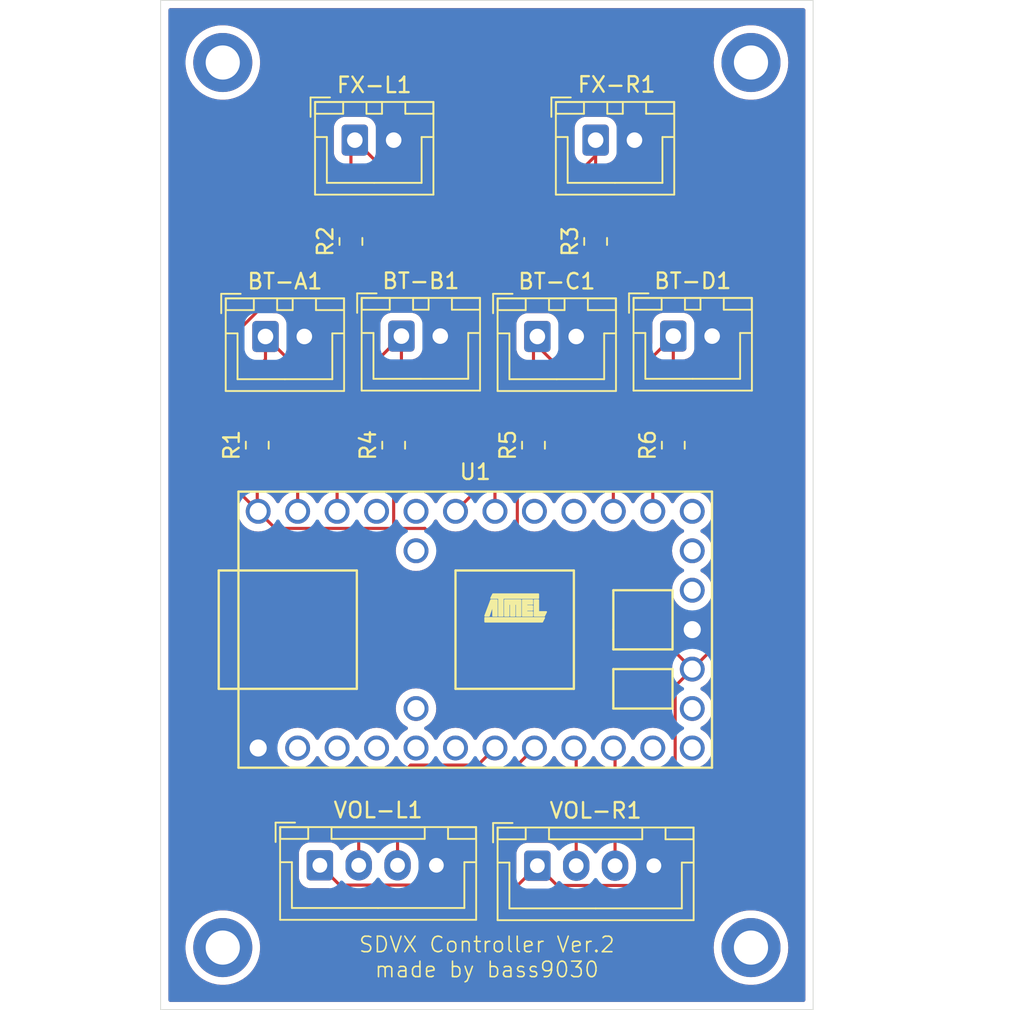
<source format=kicad_pcb>
(kicad_pcb (version 20240108) (generator "pcbnew") (generator_version "8.0")
  (layers (0 "F.Cu" signal) (31 "B.Cu" signal) (34 "B.Paste" user) (35 "F.Paste" user) (36 "B.SilkS" user "B.Silkscreen") (37 "F.SilkS" user "F.Silkscreen") (38 "B.Mask" user) (39 "F.Mask" user) (44 "Edge.Cuts" user))
  (net 0 "")
  (net 4 "Net-(U1-7_INT2_RX)")
  (net 9 "Net-(U1-5_INT0_PWM)")
  (net 14 "Net-(BT-A1-Pin_1)")
  (net 15 "Net-(BT-C1-Pin_1)")
  (net 16 "Net-(BT-D1-Pin_1)")
  (net 17 "Net-(FX-L1-Pin_1)")
  (net 18 "Net-(FX-R1-Pin_1)")
  (net 21 "Net-(U1-6_INT1)")
  (net 23 "Net-(U1-8_INT3_TX)")
  (net 25 "+5V")
  (net 26 "GND")
  (net 29 "Net-(BT-B1-Pin_1)")
  (footprint "Resistor_SMD:R_0805_2012Metric_Pad1.20x1.40mm_HandSolder" (layer "F.Cu") (at 151 74.525 90)
    (property "Reference" "R3" (at 0 -1.65 90) (layer "F.SilkS"))
    (property "Value" "10k")
    (fp_line (start -0.227064 -0.735) (end 0.227064 -0.735) (stroke (width 0.12)) (layer "F.SilkS"))
    (fp_line (start -0.227064 0.735) (end 0.227064 0.735) (stroke (width 0.12)) (layer "F.SilkS"))
    (pad "1" smd roundrect (at -1 0 90) (size 1.2 1.4) (layers "F.Cu" "F.Paste" "F.Mask") (roundrect_rratio 0.208333) (net 25 "+5V"))
    (pad "2" smd roundrect (at 1 0 90) (size 1.2 1.4) (layers "F.Cu" "F.Paste" "F.Mask") (roundrect_rratio 0.208333) (net 18 "Net-(FX-R1-Pin_1)"))
  )
  (footprint "Connector_JST:JST_XH_B2B-XH-A_1x02_P2.50mm_Vertical" (layer "F.Cu") (at 151 68)
    (property "Reference" "FX-R1" (at 1.35 -3.575 0) (layer "F.SilkS"))
    (property "Value" "Conn_01x02")
    (fp_line (start -2.85 -2.75) (end -2.85 -1.5) (stroke (width 0.12)) (layer "F.SilkS"))
    (fp_line (start -2.56 -2.46) (end -2.56 3.51) (stroke (width 0.12)) (layer "F.SilkS"))
    (fp_line (start -2.56 3.51) (end 5.06 3.51) (stroke (width 0.12)) (layer "F.SilkS"))
    (fp_line (start -2.55 -2.45) (end -2.55 -1.7) (stroke (width 0.12)) (layer "F.SilkS"))
    (fp_line (start -2.55 -1.7) (end -0.75 -1.7) (stroke (width 0.12)) (layer "F.SilkS"))
    (fp_line (start -2.55 -0.2) (end -1.8 -0.2) (stroke (width 0.12)) (layer "F.SilkS"))
    (fp_line (start -1.8 -0.2) (end -1.8 2.75) (stroke (width 0.12)) (layer "F.SilkS"))
    (fp_line (start -1.8 2.75) (end 1.25 2.75) (stroke (width 0.12)) (layer "F.SilkS"))
    (fp_line (start -1.6 -2.75) (end -2.85 -2.75) (stroke (width 0.12)) (layer "F.SilkS"))
    (fp_line (start -0.75 -2.45) (end -2.55 -2.45) (stroke (width 0.12)) (layer "F.SilkS"))
    (fp_line (start -0.75 -1.7) (end -0.75 -2.45) (stroke (width 0.12)) (layer "F.SilkS"))
    (fp_line (start 0.75 -2.45) (end 0.75 -1.7) (stroke (width 0.12)) (layer "F.SilkS"))
    (fp_line (start 0.75 -1.7) (end 1.75 -1.7) (stroke (width 0.12)) (layer "F.SilkS"))
    (fp_line (start 1.75 -2.45) (end 0.75 -2.45) (stroke (width 0.12)) (layer "F.SilkS"))
    (fp_line (start 1.75 -1.7) (end 1.75 -2.45) (stroke (width 0.12)) (layer "F.SilkS"))
    (fp_line (start 3.25 -2.45) (end 3.25 -1.7) (stroke (width 0.12)) (layer "F.SilkS"))
    (fp_line (start 3.25 -1.7) (end 5.05 -1.7) (stroke (width 0.12)) (layer "F.SilkS"))
    (fp_line (start 4.3 -0.2) (end 4.3 2.75) (stroke (width 0.12)) (layer "F.SilkS"))
    (fp_line (start 4.3 2.75) (end 1.25 2.75) (stroke (width 0.12)) (layer "F.SilkS"))
    (fp_line (start 5.05 -2.45) (end 3.25 -2.45) (stroke (width 0.12)) (layer "F.SilkS"))
    (fp_line (start 5.05 -1.7) (end 5.05 -2.45) (stroke (width 0.12)) (layer "F.SilkS"))
    (fp_line (start 5.05 -0.2) (end 4.3 -0.2) (stroke (width 0.12)) (layer "F.SilkS"))
    (fp_line (start 5.06 -2.46) (end -2.56 -2.46) (stroke (width 0.12)) (layer "F.SilkS"))
    (fp_line (start 5.06 3.51) (end 5.06 -2.46) (stroke (width 0.12)) (layer "F.SilkS"))
    (pad "1" thru_hole roundrect (at 0 0) (size 1.7 2) (drill 1) (layers "*.Cu" "*.Mask") (roundrect_rratio 0.147059) (net 18 "Net-(FX-R1-Pin_1)"))
    (pad "2" thru_hole oval (at 2.5 0) (size 1.7 2) (drill 1) (layers "*.Cu" "*.Mask") (net 26 "GND"))
  )
  (footprint "Resistor_SMD:R_0805_2012Metric_Pad1.20x1.40mm_HandSolder" (layer "F.Cu") (at 156 87.645 90)
    (property "Reference" "R6" (at 0 -1.65 90) (layer "F.SilkS"))
    (property "Value" "10k")
    (fp_line (start -0.227064 -0.735) (end 0.227064 -0.735) (stroke (width 0.12)) (layer "F.SilkS"))
    (fp_line (start -0.227064 0.735) (end 0.227064 0.735) (stroke (width 0.12)) (layer "F.SilkS"))
    (pad "1" smd roundrect (at -1 0 90) (size 1.2 1.4) (layers "F.Cu" "F.Paste" "F.Mask") (roundrect_rratio 0.208333) (net 25 "+5V"))
    (pad "2" smd roundrect (at 1 0 90) (size 1.2 1.4) (layers "F.Cu" "F.Paste" "F.Mask") (roundrect_rratio 0.208333) (net 16 "Net-(BT-D1-Pin_1)"))
  )
  (footprint "Resistor_SMD:R_0805_2012Metric_Pad1.20x1.40mm_HandSolder" (layer "F.Cu") (at 135.25 74.525 90)
    (property "Reference" "R2" (at 0 -1.65 90) (layer "F.SilkS"))
    (property "Value" "10k")
    (fp_line (start -0.227064 -0.735) (end 0.227064 -0.735) (stroke (width 0.12)) (layer "F.SilkS"))
    (fp_line (start -0.227064 0.735) (end 0.227064 0.735) (stroke (width 0.12)) (layer "F.SilkS"))
    (pad "1" smd roundrect (at -1 0 90) (size 1.2 1.4) (layers "F.Cu" "F.Paste" "F.Mask") (roundrect_rratio 0.208333) (net 25 "+5V"))
    (pad "2" smd roundrect (at 1 0 90) (size 1.2 1.4) (layers "F.Cu" "F.Paste" "F.Mask") (roundrect_rratio 0.208333) (net 17 "Net-(FX-L1-Pin_1)"))
  )
  (footprint "MountingHole:MountingHole_2.2mm_M2_DIN965_Pad" (layer "F.Cu") (at 127 120)
    (property "Reference" "REF**" (hide yes))
    (property "Value" "MountingHole_2.2mm_M2_DIN965_Pad")
    (pad "1" thru_hole circle (at 0 0) (size 3.8 3.8) (drill 2.2) (layers "*.Cu" "*.Mask"))
  )
  (footprint "Connector_JST:JST_XH_B2B-XH-A_1x02_P2.50mm_Vertical" (layer "F.Cu") (at 135.5 68)
    (property "Reference" "FX-L1" (at 1.25 -3.55 0) (layer "F.SilkS"))
    (property "Value" "Conn_01x02")
    (fp_line (start -2.85 -2.75) (end -2.85 -1.5) (stroke (width 0.12)) (layer "F.SilkS"))
    (fp_line (start -2.56 -2.46) (end -2.56 3.51) (stroke (width 0.12)) (layer "F.SilkS"))
    (fp_line (start -2.56 3.51) (end 5.06 3.51) (stroke (width 0.12)) (layer "F.SilkS"))
    (fp_line (start -2.55 -2.45) (end -2.55 -1.7) (stroke (width 0.12)) (layer "F.SilkS"))
    (fp_line (start -2.55 -1.7) (end -0.75 -1.7) (stroke (width 0.12)) (layer "F.SilkS"))
    (fp_line (start -2.55 -0.2) (end -1.8 -0.2) (stroke (width 0.12)) (layer "F.SilkS"))
    (fp_line (start -1.8 -0.2) (end -1.8 2.75) (stroke (width 0.12)) (layer "F.SilkS"))
    (fp_line (start -1.8 2.75) (end 1.25 2.75) (stroke (width 0.12)) (layer "F.SilkS"))
    (fp_line (start -1.6 -2.75) (end -2.85 -2.75) (stroke (width 0.12)) (layer "F.SilkS"))
    (fp_line (start -0.75 -2.45) (end -2.55 -2.45) (stroke (width 0.12)) (layer "F.SilkS"))
    (fp_line (start -0.75 -1.7) (end -0.75 -2.45) (stroke (width 0.12)) (layer "F.SilkS"))
    (fp_line (start 0.75 -2.45) (end 0.75 -1.7) (stroke (width 0.12)) (layer "F.SilkS"))
    (fp_line (start 0.75 -1.7) (end 1.75 -1.7) (stroke (width 0.12)) (layer "F.SilkS"))
    (fp_line (start 1.75 -2.45) (end 0.75 -2.45) (stroke (width 0.12)) (layer "F.SilkS"))
    (fp_line (start 1.75 -1.7) (end 1.75 -2.45) (stroke (width 0.12)) (layer "F.SilkS"))
    (fp_line (start 3.25 -2.45) (end 3.25 -1.7) (stroke (width 0.12)) (layer "F.SilkS"))
    (fp_line (start 3.25 -1.7) (end 5.05 -1.7) (stroke (width 0.12)) (layer "F.SilkS"))
    (fp_line (start 4.3 -0.2) (end 4.3 2.75) (stroke (width 0.12)) (layer "F.SilkS"))
    (fp_line (start 4.3 2.75) (end 1.25 2.75) (stroke (width 0.12)) (layer "F.SilkS"))
    (fp_line (start 5.05 -2.45) (end 3.25 -2.45) (stroke (width 0.12)) (layer "F.SilkS"))
    (fp_line (start 5.05 -1.7) (end 5.05 -2.45) (stroke (width 0.12)) (layer "F.SilkS"))
    (fp_line (start 5.05 -0.2) (end 4.3 -0.2) (stroke (width 0.12)) (layer "F.SilkS"))
    (fp_line (start 5.06 -2.46) (end -2.56 -2.46) (stroke (width 0.12)) (layer "F.SilkS"))
    (fp_line (start 5.06 3.51) (end 5.06 -2.46) (stroke (width 0.12)) (layer "F.SilkS"))
    (pad "1" thru_hole roundrect (at 0 0) (size 1.7 2) (drill 1) (layers "*.Cu" "*.Mask") (roundrect_rratio 0.147059) (net 17 "Net-(FX-L1-Pin_1)"))
    (pad "2" thru_hole oval (at 2.5 0) (size 1.7 2) (drill 1) (layers "*.Cu" "*.Mask") (net 26 "GND"))
  )
  (footprint "Resistor_SMD:R_0805_2012Metric_Pad1.20x1.40mm_HandSolder" (layer "F.Cu") (at 129.22 87.645 90)
    (property "Reference" "R1" (at 0 -1.65 90) (layer "F.SilkS"))
    (property "Value" "10k")
    (fp_line (start -0.227064 -0.735) (end 0.227064 -0.735) (stroke (width 0.12)) (layer "F.SilkS"))
    (fp_line (start -0.227064 0.735) (end 0.227064 0.735) (stroke (width 0.12)) (layer "F.SilkS"))
    (pad "1" smd roundrect (at -1 0 90) (size 1.2 1.4) (layers "F.Cu" "F.Paste" "F.Mask") (roundrect_rratio 0.208333) (net 25 "+5V"))
    (pad "2" smd roundrect (at 1 0 90) (size 1.2 1.4) (layers "F.Cu" "F.Paste" "F.Mask") (roundrect_rratio 0.208333) (net 14 "Net-(BT-A1-Pin_1)"))
  )
  (footprint "Resistor_SMD:R_0805_2012Metric_Pad1.20x1.40mm_HandSolder" (layer "F.Cu") (at 138 87.645 90)
    (property "Reference" "R4" (at 0 -1.65 90) (layer "F.SilkS"))
    (property "Value" "10k")
    (fp_line (start -0.227064 -0.735) (end 0.227064 -0.735) (stroke (width 0.12)) (layer "F.SilkS"))
    (fp_line (start -0.227064 0.735) (end 0.227064 0.735) (stroke (width 0.12)) (layer "F.SilkS"))
    (pad "1" smd roundrect (at -1 0 90) (size 1.2 1.4) (layers "F.Cu" "F.Paste" "F.Mask") (roundrect_rratio 0.208333) (net 25 "+5V"))
    (pad "2" smd roundrect (at 1 0 90) (size 1.2 1.4) (layers "F.Cu" "F.Paste" "F.Mask") (roundrect_rratio 0.208333) (net 29 "Net-(BT-B1-Pin_1)"))
  )
  (footprint "MountingHole:MountingHole_2.2mm_M2_DIN965_Pad" (layer "F.Cu") (at 127 63)
    (property "Reference" "REF**" (hide yes))
    (property "Value" "MountingHole_2.2mm_M2_DIN965_Pad")
    (pad "1" thru_hole circle (at 0 0) (size 3.8 3.8) (drill 2.2) (layers "*.Cu" "*.Mask"))
  )
  (footprint "Connector_JST:JST_XH_B4B-XH-A_1x04_P2.50mm_Vertical" (layer "F.Cu") (at 147.25 114.725)
    (property "Reference" "VOL-R1" (at 3.75 -3.55 0) (layer "F.SilkS"))
    (property "Value" "Conn_01x04")
    (fp_line (start -2.85 -2.75) (end -2.85 -1.5) (stroke (width 0.12)) (layer "F.SilkS"))
    (fp_line (start -2.56 -2.46) (end -2.56 3.51) (stroke (width 0.12)) (layer "F.SilkS"))
    (fp_line (start -2.56 3.51) (end 10.06 3.51) (stroke (width 0.12)) (layer "F.SilkS"))
    (fp_line (start -2.55 -2.45) (end -2.55 -1.7) (stroke (width 0.12)) (layer "F.SilkS"))
    (fp_line (start -2.55 -1.7) (end -0.75 -1.7) (stroke (width 0.12)) (layer "F.SilkS"))
    (fp_line (start -2.55 -0.2) (end -1.8 -0.2) (stroke (width 0.12)) (layer "F.SilkS"))
    (fp_line (start -1.8 -0.2) (end -1.8 2.75) (stroke (width 0.12)) (layer "F.SilkS"))
    (fp_line (start -1.8 2.75) (end 3.75 2.75) (stroke (width 0.12)) (layer "F.SilkS"))
    (fp_line (start -1.6 -2.75) (end -2.85 -2.75) (stroke (width 0.12)) (layer "F.SilkS"))
    (fp_line (start -0.75 -2.45) (end -2.55 -2.45) (stroke (width 0.12)) (layer "F.SilkS"))
    (fp_line (start -0.75 -1.7) (end -0.75 -2.45) (stroke (width 0.12)) (layer "F.SilkS"))
    (fp_line (start 0.75 -2.45) (end 0.75 -1.7) (stroke (width 0.12)) (layer "F.SilkS"))
    (fp_line (start 0.75 -1.7) (end 6.75 -1.7) (stroke (width 0.12)) (layer "F.SilkS"))
    (fp_line (start 6.75 -2.45) (end 0.75 -2.45) (stroke (width 0.12)) (layer "F.SilkS"))
    (fp_line (start 6.75 -1.7) (end 6.75 -2.45) (stroke (width 0.12)) (layer "F.SilkS"))
    (fp_line (start 8.25 -2.45) (end 8.25 -1.7) (stroke (width 0.12)) (layer "F.SilkS"))
    (fp_line (start 8.25 -1.7) (end 10.05 -1.7) (stroke (width 0.12)) (layer "F.SilkS"))
    (fp_line (start 9.3 -0.2) (end 9.3 2.75) (stroke (width 0.12)) (layer "F.SilkS"))
    (fp_line (start 9.3 2.75) (end 3.75 2.75) (stroke (width 0.12)) (layer "F.SilkS"))
    (fp_line (start 10.05 -2.45) (end 8.25 -2.45) (stroke (width 0.12)) (layer "F.SilkS"))
    (fp_line (start 10.05 -1.7) (end 10.05 -2.45) (stroke (width 0.12)) (layer "F.SilkS"))
    (fp_line (start 10.05 -0.2) (end 9.3 -0.2) (stroke (width 0.12)) (layer "F.SilkS"))
    (fp_line (start 10.06 -2.46) (end -2.56 -2.46) (stroke (width 0.12)) (layer "F.SilkS"))
    (fp_line (start 10.06 3.51) (end 10.06 -2.46) (stroke (width 0.12)) (layer "F.SilkS"))
    (pad "1" thru_hole roundrect (at 0 0) (size 1.7 1.95) (drill 0.95) (layers "*.Cu" "*.Mask") (roundrect_rratio 0.147059) (net 25 "+5V"))
    (pad "2" thru_hole oval (at 2.5 0) (size 1.7 1.95) (drill 0.95) (layers "*.Cu" "*.Mask") (net 4 "Net-(U1-7_INT2_RX)"))
    (pad "3" thru_hole oval (at 5 0) (size 1.7 1.95) (drill 0.95) (layers "*.Cu" "*.Mask") (net 23 "Net-(U1-8_INT3_TX)"))
    (pad "4" thru_hole oval (at 7.5 0) (size 1.7 1.95) (drill 0.95) (layers "*.Cu" "*.Mask") (net 26 "GND"))
  )
  (footprint "Connector_JST:JST_XH_B2B-XH-A_1x02_P2.50mm_Vertical" (layer "F.Cu") (at 147.25 80.645)
    (property "Reference" "BT-C1" (at 1.25 -3.55 0) (layer "F.SilkS"))
    (property "Value" "Conn_01x02")
    (fp_line (start -2.85 -2.75) (end -2.85 -1.5) (stroke (width 0.12)) (layer "F.SilkS"))
    (fp_line (start -2.56 -2.46) (end -2.56 3.51) (stroke (width 0.12)) (layer "F.SilkS"))
    (fp_line (start -2.56 3.51) (end 5.06 3.51) (stroke (width 0.12)) (layer "F.SilkS"))
    (fp_line (start -2.55 -2.45) (end -2.55 -1.7) (stroke (width 0.12)) (layer "F.SilkS"))
    (fp_line (start -2.55 -1.7) (end -0.75 -1.7) (stroke (width 0.12)) (layer "F.SilkS"))
    (fp_line (start -2.55 -0.2) (end -1.8 -0.2) (stroke (width 0.12)) (layer "F.SilkS"))
    (fp_line (start -1.8 -0.2) (end -1.8 2.75) (stroke (width 0.12)) (layer "F.SilkS"))
    (fp_line (start -1.8 2.75) (end 1.25 2.75) (stroke (width 0.12)) (layer "F.SilkS"))
    (fp_line (start -1.6 -2.75) (end -2.85 -2.75) (stroke (width 0.12)) (layer "F.SilkS"))
    (fp_line (start -0.75 -2.45) (end -2.55 -2.45) (stroke (width 0.12)) (layer "F.SilkS"))
    (fp_line (start -0.75 -1.7) (end -0.75 -2.45) (stroke (width 0.12)) (layer "F.SilkS"))
    (fp_line (start 0.75 -2.45) (end 0.75 -1.7) (stroke (width 0.12)) (layer "F.SilkS"))
    (fp_line (start 0.75 -1.7) (end 1.75 -1.7) (stroke (width 0.12)) (layer "F.SilkS"))
    (fp_line (start 1.75 -2.45) (end 0.75 -2.45) (stroke (width 0.12)) (layer "F.SilkS"))
    (fp_line (start 1.75 -1.7) (end 1.75 -2.45) (stroke (width 0.12)) (layer "F.SilkS"))
    (fp_line (start 3.25 -2.45) (end 3.25 -1.7) (stroke (width 0.12)) (layer "F.SilkS"))
    (fp_line (start 3.25 -1.7) (end 5.05 -1.7) (stroke (width 0.12)) (layer "F.SilkS"))
    (fp_line (start 4.3 -0.2) (end 4.3 2.75) (stroke (width 0.12)) (layer "F.SilkS"))
    (fp_line (start 4.3 2.75) (end 1.25 2.75) (stroke (width 0.12)) (layer "F.SilkS"))
    (fp_line (start 5.05 -2.45) (end 3.25 -2.45) (stroke (width 0.12)) (layer "F.SilkS"))
    (fp_line (start 5.05 -1.7) (end 5.05 -2.45) (stroke (width 0.12)) (layer "F.SilkS"))
    (fp_line (start 5.05 -0.2) (end 4.3 -0.2) (stroke (width 0.12)) (layer "F.SilkS"))
    (fp_line (start 5.06 -2.46) (end -2.56 -2.46) (stroke (width 0.12)) (layer "F.SilkS"))
    (fp_line (start 5.06 3.51) (end 5.06 -2.46) (stroke (width 0.12)) (layer "F.SilkS"))
    (pad "1" thru_hole roundrect (at 0 0) (size 1.7 2) (drill 1) (layers "*.Cu" "*.Mask") (roundrect_rratio 0.147059) (net 15 "Net-(BT-C1-Pin_1)"))
    (pad "2" thru_hole oval (at 2.5 0) (size 1.7 2) (drill 1) (layers "*.Cu" "*.Mask") (net 26 "GND"))
  )
  (footprint "MountingHole:MountingHole_2.2mm_M2_DIN965_Pad" (layer "F.Cu") (at 161 120)
    (property "Reference" "REF**" (hide yes))
    (property "Value" "MountingHole_2.2mm_M2_DIN965_Pad")
    (pad "1" thru_hole circle (at 0 0) (size 3.8 3.8) (drill 2.2) (layers "*.Cu" "*.Mask"))
  )
  (footprint "Connector_JST:JST_XH_B2B-XH-A_1x02_P2.50mm_Vertical" (layer "F.Cu") (at 129.75 80.645)
    (property "Reference" "BT-A1" (at 1.25 -3.55 0) (layer "F.SilkS"))
    (property "Value" "Conn_01x02")
    (fp_line (start -2.85 -2.75) (end -2.85 -1.5) (stroke (width 0.12)) (layer "F.SilkS"))
    (fp_line (start -2.56 -2.46) (end -2.56 3.51) (stroke (width 0.12)) (layer "F.SilkS"))
    (fp_line (start -2.56 3.51) (end 5.06 3.51) (stroke (width 0.12)) (layer "F.SilkS"))
    (fp_line (start -2.55 -2.45) (end -2.55 -1.7) (stroke (width 0.12)) (layer "F.SilkS"))
    (fp_line (start -2.55 -1.7) (end -0.75 -1.7) (stroke (width 0.12)) (layer "F.SilkS"))
    (fp_line (start -2.55 -0.2) (end -1.8 -0.2) (stroke (width 0.12)) (layer "F.SilkS"))
    (fp_line (start -1.8 -0.2) (end -1.8 2.75) (stroke (width 0.12)) (layer "F.SilkS"))
    (fp_line (start -1.8 2.75) (end 1.25 2.75) (stroke (width 0.12)) (layer "F.SilkS"))
    (fp_line (start -1.6 -2.75) (end -2.85 -2.75) (stroke (width 0.12)) (layer "F.SilkS"))
    (fp_line (start -0.75 -2.45) (end -2.55 -2.45) (stroke (width 0.12)) (layer "F.SilkS"))
    (fp_line (start -0.75 -1.7) (end -0.75 -2.45) (stroke (width 0.12)) (layer "F.SilkS"))
    (fp_line (start 0.75 -2.45) (end 0.75 -1.7) (stroke (width 0.12)) (layer "F.SilkS"))
    (fp_line (start 0.75 -1.7) (end 1.75 -1.7) (stroke (width 0.12)) (layer "F.SilkS"))
    (fp_line (start 1.75 -2.45) (end 0.75 -2.45) (stroke (width 0.12)) (layer "F.SilkS"))
    (fp_line (start 1.75 -1.7) (end 1.75 -2.45) (stroke (width 0.12)) (layer "F.SilkS"))
    (fp_line (start 3.25 -2.45) (end 3.25 -1.7) (stroke (width 0.12)) (layer "F.SilkS"))
    (fp_line (start 3.25 -1.7) (end 5.05 -1.7) (stroke (width 0.12)) (layer "F.SilkS"))
    (fp_line (start 4.3 -0.2) (end 4.3 2.75) (stroke (width 0.12)) (layer "F.SilkS"))
    (fp_line (start 4.3 2.75) (end 1.25 2.75) (stroke (width 0.12)) (layer "F.SilkS"))
    (fp_line (start 5.05 -2.45) (end 3.25 -2.45) (stroke (width 0.12)) (layer "F.SilkS"))
    (fp_line (start 5.05 -1.7) (end 5.05 -2.45) (stroke (width 0.12)) (layer "F.SilkS"))
    (fp_line (start 5.05 -0.2) (end 4.3 -0.2) (stroke (width 0.12)) (layer "F.SilkS"))
    (fp_line (start 5.06 -2.46) (end -2.56 -2.46) (stroke (width 0.12)) (layer "F.SilkS"))
    (fp_line (start 5.06 3.51) (end 5.06 -2.46) (stroke (width 0.12)) (layer "F.SilkS"))
    (pad "1" thru_hole roundrect (at 0 0) (size 1.7 2) (drill 1) (layers "*.Cu" "*.Mask") (roundrect_rratio 0.147059) (net 14 "Net-(BT-A1-Pin_1)"))
    (pad "2" thru_hole oval (at 2.5 0) (size 1.7 2) (drill 1) (layers "*.Cu" "*.Mask") (net 26 "GND"))
  )
  (footprint "Connector_JST:JST_XH_B2B-XH-A_1x02_P2.50mm_Vertical" (layer "F.Cu") (at 138.5 80.62)
    (property "Reference" "BT-B1" (at 1.25 -3.55 0) (layer "F.SilkS"))
    (property "Value" "Conn_01x02")
    (fp_line (start -2.85 -2.75) (end -2.85 -1.5) (stroke (width 0.12)) (layer "F.SilkS"))
    (fp_line (start -2.56 -2.46) (end -2.56 3.51) (stroke (width 0.12)) (layer "F.SilkS"))
    (fp_line (start -2.56 3.51) (end 5.06 3.51) (stroke (width 0.12)) (layer "F.SilkS"))
    (fp_line (start -2.55 -2.45) (end -2.55 -1.7) (stroke (width 0.12)) (layer "F.SilkS"))
    (fp_line (start -2.55 -1.7) (end -0.75 -1.7) (stroke (width 0.12)) (layer "F.SilkS"))
    (fp_line (start -2.55 -0.2) (end -1.8 -0.2) (stroke (width 0.12)) (layer "F.SilkS"))
    (fp_line (start -1.8 -0.2) (end -1.8 2.75) (stroke (width 0.12)) (layer "F.SilkS"))
    (fp_line (start -1.8 2.75) (end 1.25 2.75) (stroke (width 0.12)) (layer "F.SilkS"))
    (fp_line (start -1.6 -2.75) (end -2.85 -2.75) (stroke (width 0.12)) (layer "F.SilkS"))
    (fp_line (start -0.75 -2.45) (end -2.55 -2.45) (stroke (width 0.12)) (layer "F.SilkS"))
    (fp_line (start -0.75 -1.7) (end -0.75 -2.45) (stroke (width 0.12)) (layer "F.SilkS"))
    (fp_line (start 0.75 -2.45) (end 0.75 -1.7) (stroke (width 0.12)) (layer "F.SilkS"))
    (fp_line (start 0.75 -1.7) (end 1.75 -1.7) (stroke (width 0.12)) (layer "F.SilkS"))
    (fp_line (start 1.75 -2.45) (end 0.75 -2.45) (stroke (width 0.12)) (layer "F.SilkS"))
    (fp_line (start 1.75 -1.7) (end 1.75 -2.45) (stroke (width 0.12)) (layer "F.SilkS"))
    (fp_line (start 3.25 -2.45) (end 3.25 -1.7) (stroke (width 0.12)) (layer "F.SilkS"))
    (fp_line (start 3.25 -1.7) (end 5.05 -1.7) (stroke (width 0.12)) (layer "F.SilkS"))
    (fp_line (start 4.3 -0.2) (end 4.3 2.75) (stroke (width 0.12)) (layer "F.SilkS"))
    (fp_line (start 4.3 2.75) (end 1.25 2.75) (stroke (width 0.12)) (layer "F.SilkS"))
    (fp_line (start 5.05 -2.45) (end 3.25 -2.45) (stroke (width 0.12)) (layer "F.SilkS"))
    (fp_line (start 5.05 -1.7) (end 5.05 -2.45) (stroke (width 0.12)) (layer "F.SilkS"))
    (fp_line (start 5.05 -0.2) (end 4.3 -0.2) (stroke (width 0.12)) (layer "F.SilkS"))
    (fp_line (start 5.06 -2.46) (end -2.56 -2.46) (stroke (width 0.12)) (layer "F.SilkS"))
    (fp_line (start 5.06 3.51) (end 5.06 -2.46) (stroke (width 0.12)) (layer "F.SilkS"))
    (pad "1" thru_hole roundrect (at 0 0) (size 1.7 2) (drill 1) (layers "*.Cu" "*.Mask") (roundrect_rratio 0.147059) (net 29 "Net-(BT-B1-Pin_1)"))
    (pad "2" thru_hole oval (at 2.5 0) (size 1.7 2) (drill 1) (layers "*.Cu" "*.Mask") (net 26 "GND"))
  )
  (footprint "Connector_JST:JST_XH_B2B-XH-A_1x02_P2.50mm_Vertical" (layer "F.Cu") (at 156 80.62)
    (property "Reference" "BT-D1" (at 1.25 -3.55 0) (layer "F.SilkS"))
    (property "Value" "Conn_01x02")
    (fp_line (start -2.85 -2.75) (end -2.85 -1.5) (stroke (width 0.12)) (layer "F.SilkS"))
    (fp_line (start -2.56 -2.46) (end -2.56 3.51) (stroke (width 0.12)) (layer "F.SilkS"))
    (fp_line (start -2.56 3.51) (end 5.06 3.51) (stroke (width 0.12)) (layer "F.SilkS"))
    (fp_line (start -2.55 -2.45) (end -2.55 -1.7) (stroke (width 0.12)) (layer "F.SilkS"))
    (fp_line (start -2.55 -1.7) (end -0.75 -1.7) (stroke (width 0.12)) (layer "F.SilkS"))
    (fp_line (start -2.55 -0.2) (end -1.8 -0.2) (stroke (width 0.12)) (layer "F.SilkS"))
    (fp_line (start -1.8 -0.2) (end -1.8 2.75) (stroke (width 0.12)) (layer "F.SilkS"))
    (fp_line (start -1.8 2.75) (end 1.25 2.75) (stroke (width 0.12)) (layer "F.SilkS"))
    (fp_line (start -1.6 -2.75) (end -2.85 -2.75) (stroke (width 0.12)) (layer "F.SilkS"))
    (fp_line (start -0.75 -2.45) (end -2.55 -2.45) (stroke (width 0.12)) (layer "F.SilkS"))
    (fp_line (start -0.75 -1.7) (end -0.75 -2.45) (stroke (width 0.12)) (layer "F.SilkS"))
    (fp_line (start 0.75 -2.45) (end 0.75 -1.7) (stroke (width 0.12)) (layer "F.SilkS"))
    (fp_line (start 0.75 -1.7) (end 1.75 -1.7) (stroke (width 0.12)) (layer "F.SilkS"))
    (fp_line (start 1.75 -2.45) (end 0.75 -2.45) (stroke (width 0.12)) (layer "F.SilkS"))
    (fp_line (start 1.75 -1.7) (end 1.75 -2.45) (stroke (width 0.12)) (layer "F.SilkS"))
    (fp_line (start 3.25 -2.45) (end 3.25 -1.7) (stroke (width 0.12)) (layer "F.SilkS"))
    (fp_line (start 3.25 -1.7) (end 5.05 -1.7) (stroke (width 0.12)) (layer "F.SilkS"))
    (fp_line (start 4.3 -0.2) (end 4.3 2.75) (stroke (width 0.12)) (layer "F.SilkS"))
    (fp_line (start 4.3 2.75) (end 1.25 2.75) (stroke (width 0.12)) (layer "F.SilkS"))
    (fp_line (start 5.05 -2.45) (end 3.25 -2.45) (stroke (width 0.12)) (layer "F.SilkS"))
    (fp_line (start 5.05 -1.7) (end 5.05 -2.45) (stroke (width 0.12)) (layer "F.SilkS"))
    (fp_line (start 5.05 -0.2) (end 4.3 -0.2) (stroke (width 0.12)) (layer "F.SilkS"))
    (fp_line (start 5.06 -2.46) (end -2.56 -2.46) (stroke (width 0.12)) (layer "F.SilkS"))
    (fp_line (start 5.06 3.51) (end 5.06 -2.46) (stroke (width 0.12)) (layer "F.SilkS"))
    (pad "1" thru_hole roundrect (at 0 0) (size 1.7 2) (drill 1) (layers "*.Cu" "*.Mask") (roundrect_rratio 0.147059) (net 16 "Net-(BT-D1-Pin_1)"))
    (pad "2" thru_hole oval (at 2.5 0) (size 1.7 2) (drill 1) (layers "*.Cu" "*.Mask") (net 26 "GND"))
  )
  (footprint "Connector_JST:JST_XH_B4B-XH-A_1x04_P2.50mm_Vertical" (layer "F.Cu") (at 133.25 114.7)
    (property "Reference" "VOL-L1" (at 3.75 -3.55 0) (layer "F.SilkS"))
    (property "Value" "Conn_01x04")
    (fp_line (start -2.85 -2.75) (end -2.85 -1.5) (stroke (width 0.12)) (layer "F.SilkS"))
    (fp_line (start -2.56 -2.46) (end -2.56 3.51) (stroke (width 0.12)) (layer "F.SilkS"))
    (fp_line (start -2.56 3.51) (end 10.06 3.51) (stroke (width 0.12)) (layer "F.SilkS"))
    (fp_line (start -2.55 -2.45) (end -2.55 -1.7) (stroke (width 0.12)) (layer "F.SilkS"))
    (fp_line (start -2.55 -1.7) (end -0.75 -1.7) (stroke (width 0.12)) (layer "F.SilkS"))
    (fp_line (start -2.55 -0.2) (end -1.8 -0.2) (stroke (width 0.12)) (layer "F.SilkS"))
    (fp_line (start -1.8 -0.2) (end -1.8 2.75) (stroke (width 0.12)) (layer "F.SilkS"))
    (fp_line (start -1.8 2.75) (end 3.75 2.75) (stroke (width 0.12)) (layer "F.SilkS"))
    (fp_line (start -1.6 -2.75) (end -2.85 -2.75) (stroke (width 0.12)) (layer "F.SilkS"))
    (fp_line (start -0.75 -2.45) (end -2.55 -2.45) (stroke (width 0.12)) (layer "F.SilkS"))
    (fp_line (start -0.75 -1.7) (end -0.75 -2.45) (stroke (width 0.12)) (layer "F.SilkS"))
    (fp_line (start 0.75 -2.45) (end 0.75 -1.7) (stroke (width 0.12)) (layer "F.SilkS"))
    (fp_line (start 0.75 -1.7) (end 6.75 -1.7) (stroke (width 0.12)) (layer "F.SilkS"))
    (fp_line (start 6.75 -2.45) (end 0.75 -2.45) (stroke (width 0.12)) (layer "F.SilkS"))
    (fp_line (start 6.75 -1.7) (end 6.75 -2.45) (stroke (width 0.12)) (layer "F.SilkS"))
    (fp_line (start 8.25 -2.45) (end 8.25 -1.7) (stroke (width 0.12)) (layer "F.SilkS"))
    (fp_line (start 8.25 -1.7) (end 10.05 -1.7) (stroke (width 0.12)) (layer "F.SilkS"))
    (fp_line (start 9.3 -0.2) (end 9.3 2.75) (stroke (width 0.12)) (layer "F.SilkS"))
    (fp_line (start 9.3 2.75) (end 3.75 2.75) (stroke (width 0.12)) (layer "F.SilkS"))
    (fp_line (start 10.05 -2.45) (end 8.25 -2.45) (stroke (width 0.12)) (layer "F.SilkS"))
    (fp_line (start 10.05 -1.7) (end 10.05 -2.45) (stroke (width 0.12)) (layer "F.SilkS"))
    (fp_line (start 10.05 -0.2) (end 9.3 -0.2) (stroke (width 0.12)) (layer "F.SilkS"))
    (fp_line (start 10.06 -2.46) (end -2.56 -2.46) (stroke (width 0.12)) (layer "F.SilkS"))
    (fp_line (start 10.06 3.51) (end 10.06 -2.46) (stroke (width 0.12)) (layer "F.SilkS"))
    (pad "1" thru_hole roundrect (at 0 0) (size 1.7 1.95) (drill 0.95) (layers "*.Cu" "*.Mask") (roundrect_rratio 0.147059) (net 25 "+5V"))
    (pad "2" thru_hole oval (at 2.5 0) (size 1.7 1.95) (drill 0.95) (layers "*.Cu" "*.Mask") (net 9 "Net-(U1-5_INT0_PWM)"))
    (pad "3" thru_hole oval (at 5 0) (size 1.7 1.95) (drill 0.95) (layers "*.Cu" "*.Mask") (net 21 "Net-(U1-6_INT1)"))
    (pad "4" thru_hole oval (at 7.5 0) (size 1.7 1.95) (drill 0.95) (layers "*.Cu" "*.Mask") (net 26 "GND"))
  )
  (footprint "Library:Teensy2.0" (layer "F.Cu") (at 143.25 99.525)
    (property "Reference" "U1" (at 0 -10.16 0) (layer "F.SilkS"))
    (property "Value" "Teensy2.0_(Arduino)")
    (fp_line (start -16.51 -3.81) (end -7.62 -3.81) (stroke (width 0.15)) (layer "F.SilkS"))
    (fp_line (start -16.51 3.81) (end -16.51 -3.81) (stroke (width 0.15)) (layer "F.SilkS"))
    (fp_line (start -15.24 -8.89) (end 15.24 -8.89) (stroke (width 0.15)) (layer "F.SilkS"))
    (fp_line (start -15.24 8.89) (end -15.24 -8.89) (stroke (width 0.15)) (layer "F.SilkS"))
    (fp_line (start -7.62 -3.81) (end -7.62 3.81) (stroke (width 0.15)) (layer "F.SilkS"))
    (fp_line (start -7.62 3.81) (end -16.51 3.81) (stroke (width 0.15)) (layer "F.SilkS"))
    (fp_line (start -1.27 -3.81) (end -1.27 3.81) (stroke (width 0.15)) (layer "F.SilkS"))
    (fp_line (start -1.27 3.81) (end 6.35 3.81) (stroke (width 0.15)) (layer "F.SilkS"))
    (fp_line (start 6.35 -3.81) (end -1.27 -3.81) (stroke (width 0.15)) (layer "F.SilkS"))
    (fp_line (start 6.35 3.81) (end 6.35 -3.81) (stroke (width 0.15)) (layer "F.SilkS"))
    (fp_line (start 8.89 -2.54) (end 8.89 0) (stroke (width 0.15)) (layer "F.SilkS"))
    (fp_line (start 8.89 0) (end 8.89 1.27) (stroke (width 0.15)) (layer "F.SilkS"))
    (fp_line (start 8.89 1.27) (end 12.7 1.27) (stroke (width 0.15)) (layer "F.SilkS"))
    (fp_line (start 8.89 2.54) (end 8.89 5.08) (stroke (width 0.15)) (layer "F.SilkS"))
    (fp_line (start 8.89 5.08) (end 12.7 5.08) (stroke (width 0.15)) (layer "F.SilkS"))
    (fp_line (start 12.7 -2.54) (end 8.89 -2.54) (stroke (width 0.15)) (layer "F.SilkS"))
    (fp_line (start 12.7 1.27) (end 12.7 -2.54) (stroke (width 0.15)) (layer "F.SilkS"))
    (fp_line (start 12.7 2.54) (end 8.89 2.54) (stroke (width 0.15)) (layer "F.SilkS"))
    (fp_line (start 12.7 5.08) (end 12.7 2.54) (stroke (width 0.15)) (layer "F.SilkS"))
    (fp_line (start 15.24 -8.89) (end 15.24 8.89) (stroke (width 0.15)) (layer "F.SilkS"))
    (fp_line (start 15.24 8.89) (end -15.24 8.89) (stroke (width 0.15)) (layer "F.SilkS"))
    (fp_poly (pts (xy 0.635 -0.762) (xy 4.445 -0.762) (xy 4.318 -0.508) (xy 0.635 -0.508)) (stroke (width 0.1)) (fill solid) (layer "F.SilkS"))
    (fp_poly (pts (xy 3.81 -1.905) (xy 3.81 -0.889) (xy 4.445 -0.889) (xy 4.572 -1.143) (xy 4.064 -1.143) (xy 4.064 -1.905)) (stroke (width 0.1)) (fill solid) (layer "F.SilkS"))
    (fp_poly (pts (xy 1.397 -0.889) (xy 1.397 -1.905) (xy 1.016 -1.905) (xy 0.635 -0.889) (xy 0.889 -0.889) (xy 1.143 -1.651) (xy 1.143 -0.889)) (stroke (width 0.1)) (fill solid) (layer "F.SilkS"))
    (fp_poly (pts (xy 4.064 -2.032) (xy 1.778 -2.032) (xy 1.778 -0.889) (xy 1.524 -0.889) (xy 1.524 -2.032) (xy 1.016 -2.032) (xy 1.143 -2.286) (xy 4.064 -2.286)) (stroke (width 0.1)) (fill solid) (layer "F.SilkS"))
    (fp_poly (pts (xy 2.921 -0.889) (xy 2.921 -1.905) (xy 1.905 -1.905) (xy 1.905 -0.889) (xy 2.159 -0.889) (xy 2.159 -1.651) (xy 2.286 -1.651) (xy 2.286 -0.889) (xy 2.54 -0.889) (xy 2.54 -1.651) (xy 2.667 -1.651) (xy 2.667 -0.889)) (stroke (width 0.1)) (fill solid) (layer "F.SilkS"))
    (fp_poly (pts (xy 3.048 -1.905) (xy 3.683 -1.905) (xy 3.683 -1.651) (xy 3.302 -1.651) (xy 3.302 -1.524) (xy 3.683 -1.524) (xy 3.683 -1.27) (xy 3.302 -1.27) (xy 3.302 -1.143) (xy 3.683 -1.143) (xy 3.683 -0.889) (xy 3.048 -0.889)) (stroke (width 0.1)) (fill solid) (layer "F.SilkS"))
    (pad "1" thru_hole rect (at -13.97 7.62) (size 1.6 1.6) (drill 1.1) (layers "*.Cu" "*.Mask") (net 26 "GND"))
    (pad "2" thru_hole circle (at -11.43 7.62) (size 1.6 1.6) (drill 1.1) (layers "*.Cu" "*.Mask"))
    (pad "3" thru_hole circle (at -8.89 7.62) (size 1.6 1.6) (drill 1.1) (layers "*.Cu" "*.Mask"))
    (pad "4" thru_hole circle (at -6.35 7.62) (size 1.6 1.6) (drill 1.1) (layers "*.Cu" "*.Mask"))
    (pad "5" thru_hole circle (at -3.81 7.62) (size 1.6 1.6) (drill 1.1) (layers "*.Cu" "*.Mask"))
    (pad "6" thru_hole circle (at -1.27 7.62) (size 1.6 1.6) (drill 1.1) (layers "*.Cu" "*.Mask"))
    (pad "7" thru_hole circle (at 1.27 7.62) (size 1.6 1.6) (drill 1.1) (layers "*.Cu" "*.Mask") (net 9 "Net-(U1-5_INT0_PWM)"))
    (pad "8" thru_hole circle (at 3.81 7.62) (size 1.6 1.6) (drill 1.1) (layers "*.Cu" "*.Mask") (net 21 "Net-(U1-6_INT1)"))
    (pad "9" thru_hole circle (at 6.35 7.62) (size 1.6 1.6) (drill 1.1) (layers "*.Cu" "*.Mask") (net 4 "Net-(U1-7_INT2_RX)"))
    (pad "10" thru_hole circle (at 8.89 7.62) (size 1.6 1.6) (drill 1.1) (layers "*.Cu" "*.Mask") (net 23 "Net-(U1-8_INT3_TX)"))
    (pad "11" thru_hole circle (at 11.43 7.62) (size 1.6 1.6) (drill 1.1) (layers "*.Cu" "*.Mask"))
    (pad "12" thru_hole circle (at 13.97 7.62) (size 1.6 1.6) (drill 1.1) (layers "*.Cu" "*.Mask"))
    (pad "13" thru_hole circle (at 13.97 5.08) (size 1.6 1.6) (drill 1.1) (layers "*.Cu" "*.Mask"))
    (pad "14" thru_hole circle (at 13.97 2.54) (size 1.6 1.6) (drill 1.1) (layers "*.Cu" "*.Mask") (net 25 "+5V"))
    (pad "15" thru_hole circle (at 13.97 0) (size 1.6 1.6) (drill 1.1) (layers "*.Cu" "*.Mask") (net 26 "GND"))
    (pad "16" thru_hole circle (at 13.97 -2.54) (size 1.6 1.6) (drill 1.1) (layers "*.Cu" "*.Mask"))
    (pad "17" thru_hole circle (at 13.97 -5.08) (size 1.6 1.6) (drill 1.1) (layers "*.Cu" "*.Mask"))
    (pad "18" thru_hole circle (at 13.97 -7.62) (size 1.6 1.6) (drill 1.1) (layers "*.Cu" "*.Mask"))
    (pad "19" thru_hole circle (at 11.43 -7.62) (size 1.6 1.6) (drill 1.1) (layers "*.Cu" "*.Mask") (net 16 "Net-(BT-D1-Pin_1)"))
    (pad "20" thru_hole circle (at 8.89 -7.62) (size 1.6 1.6) (drill 1.1) (layers "*.Cu" "*.Mask") (net 15 "Net-(BT-C1-Pin_1)"))
    (pad "21" thru_hole circle (at 6.35 -7.62) (size 1.6 1.6) (drill 1.1) (layers "*.Cu" "*.Mask"))
    (pad "22" thru_hole circle (at 3.81 -7.62) (size 1.6 1.6) (drill 1.1) (layers "*.Cu" "*.Mask"))
    (pad "23" thru_hole circle (at 1.27 -7.62) (size 1.6 1.6) (drill 1.1) (layers "*.Cu" "*.Mask") (net 18 "Net-(FX-R1-Pin_1)"))
    (pad "24" thru_hole circle (at -1.27 -7.62) (size 1.6 1.6) (drill 1.1) (layers "*.Cu" "*.Mask") (net 17 "Net-(FX-L1-Pin_1)"))
    (pad "25" thru_hole circle (at -3.81 -7.62) (size 1.6 1.6) (drill 1.1) (layers "*.Cu" "*.Mask"))
    (pad "26" thru_hole circle (at -6.35 -7.62) (size 1.6 1.6) (drill 1.1) (layers "*.Cu" "*.Mask"))
    (pad "27" thru_hole circle (at -8.89 -7.62) (size 1.6 1.6) (drill 1.1) (layers "*.Cu" "*.Mask") (net 29 "Net-(BT-B1-Pin_1)"))
    (pad "28" thru_hole circle (at -11.43 -7.62) (size 1.6 1.6) (drill 1.1) (layers "*.Cu" "*.Mask") (net 14 "Net-(BT-A1-Pin_1)"))
    (pad "29" thru_hole circle (at -13.97 -7.62) (size 1.6 1.6) (drill 1.1) (layers "*.Cu" "*.Mask") (net 25 "+5V"))
    (pad "30" thru_hole circle (at -3.81 5.08) (size 1.6 1.6) (drill 1.1) (layers "*.Cu" "*.Mask"))
    (pad "31" thru_hole circle (at -3.81 -5.08) (size 1.6 1.6) (drill 1.1) (layers "*.Cu" "*.Mask"))
  )
  (footprint "MountingHole:MountingHole_2.2mm_M2_DIN965_Pad" (layer "F.Cu") (at 161 63)
    (property "Reference" "REF**" (hide yes))
    (property "Value" "MountingHole_2.2mm_M2_DIN965_Pad")
    (pad "1" thru_hole circle (at 0 0) (size 3.8 3.8) (drill 2.2) (layers "*.Cu" "*.Mask"))
  )
  (footprint "Resistor_SMD:R_0805_2012Metric_Pad1.20x1.40mm_HandSolder" (layer "F.Cu") (at 147 87.645 90)
    (property "Reference" "R5" (at 0 -1.65 90) (layer "F.SilkS"))
    (property "Value" "10k")
    (fp_line (start -0.227064 -0.735) (end 0.227064 -0.735) (stroke (width 0.12)) (layer "F.SilkS"))
    (fp_line (start -0.227064 0.735) (end 0.227064 0.735) (stroke (width 0.12)) (layer "F.SilkS"))
    (pad "1" smd roundrect (at -1 0 90) (size 1.2 1.4) (layers "F.Cu" "F.Paste" "F.Mask") (roundrect_rratio 0.208333) (net 25 "+5V"))
    (pad "2" smd roundrect (at 1 0 90) (size 1.2 1.4) (layers "F.Cu" "F.Paste" "F.Mask") (roundrect_rratio 0.208333) (net 15 "Net-(BT-C1-Pin_1)"))
  )
  (gr_rect (start 123 59) (end 165 124) (stroke (width 0.05)) (fill none) (layer "Edge.Cuts"))
  (gr_text "SDVX Controller Ver.2\nmade by bass9030" (at 144 122 0) (layer "F.SilkS") (effects (font (size 1 1) (thickness 0.1)) (justify bottom)))
  (segment (start 149.75 107.295) (end 149.75 114.725) (width 0.2) (layer "F.Cu") (net 4))
  (segment (start 149.6 107.145) (end 149.75 107.295) (width 0.2) (layer "F.Cu") (net 4))
  (segment (start 144.52 107.145) (end 143.42 108.245) (width 0.2) (layer "F.Cu") (net 9))
  (segment (start 139.095 108.245) (end 135.75 111.59) (width 0.2) (layer "F.Cu") (net 9))
  (segment (start 143.42 108.245) (end 139.095 108.245) (width 0.2) (layer "F.Cu") (net 9))
  (segment (start 135.75 111.59) (end 135.75 114.7) (width 0.2) (layer "F.Cu") (net 9))
  (segment (start 129.22 86.645) (end 129.22 82.645) (width 0.2) (layer "F.Cu") (net 14))
  (segment (start 131.82 82.715) (end 131.82 91.905) (width 0.2) (layer "F.Cu") (net 14))
  (segment (start 129.75 82.115) (end 129.22 82.645) (width 0.2) (layer "F.Cu") (net 14))
  (segment (start 129.75 80.645) (end 131.82 82.715) (width 0.2) (layer "F.Cu") (net 14))
  (segment (start 129.75 80.645) (end 129.75 82.115) (width 0.2) (layer "F.Cu") (net 14))
  (segment (start 152.14 86.14) (end 152.14 91.905) (width 0.2) (layer "F.Cu") (net 15))
  (segment (start 147.25 81.25) (end 152.14 86.14) (width 0.2) (layer "F.Cu") (net 15))
  (segment (start 147 86.645) (end 147 80.895) (width 0.2) (layer "F.Cu") (net 15))
  (segment (start 147.25 80.645) (end 147.25 81.25) (width 0.2) (layer "F.Cu") (net 15))
  (segment (start 147 80.895) (end 147.25 80.645) (width 0.2) (layer "F.Cu") (net 15))
  (segment (start 156 80.62) (end 154.68 81.94) (width 0.2) (layer "F.Cu") (net 16))
  (segment (start 156 86.645) (end 156 80.62) (width 0.2) (layer "F.Cu") (net 16))
  (segment (start 154.68 81.94) (end 154.68 91.905) (width 0.2) (layer "F.Cu") (net 16))
  (segment (start 144 89.885) (end 141.98 91.905) (width 0.2) (layer "F.Cu") (net 17))
  (segment (start 144 75.5) (end 144 89.885) (width 0.2) (layer "F.Cu") (net 17))
  (segment (start 135.5 68) (end 143 75.5) (width 0.2) (layer "F.Cu") (net 17))
  (segment (start 143 75.5) (end 144 75.5) (width 0.2) (layer "F.Cu") (net 17))
  (segment (start 135.25 73.525) (end 135.25 68.25) (width 0.2) (layer "F.Cu") (net 17))
  (segment (start 135.25 68.25) (end 135.5 68) (width 0.2) (layer "F.Cu") (net 17))
  (segment (start 151 68) (end 151 73.525) (width 0.2) (layer "F.Cu") (net 18))
  (segment (start 144.52 75.48) (end 151 69) (width 0.2) (layer "F.Cu") (net 18))
  (segment (start 151 69) (end 151 68) (width 0.2) (layer "F.Cu") (net 18))
  (segment (start 144.52 91.905) (end 144.52 75.48) (width 0.2) (layer "F.Cu") (net 18))
  (segment (start 145.56 108.645) (end 147.06 107.145) (width 0.2) (layer "F.Cu") (net 21))
  (segment (start 141.195 108.645) (end 145.56 108.645) (width 0.2) (layer "F.Cu") (net 21))
  (segment (start 138.25 111.59) (end 138.25 114.7) (width 0.2) (layer "F.Cu") (net 21))
  (segment (start 141.195 108.645) (end 138.25 111.59) (width 0.2) (layer "F.Cu") (net 21))
  (segment (start 152.14 107.145) (end 152.25 107.255) (width 0.2) (layer "F.Cu") (net 23))
  (segment (start 152.25 107.255) (end 152.25 114.725) (width 0.2) (layer "F.Cu") (net 23))
  (segment (start 161.75 89) (end 161.75 97.535) (width 0.2) (layer "F.Cu") (net 25))
  (segment (start 161.75 79.525) (end 157.75 75.525) (width 0.2) (layer "F.Cu") (net 25))
  (segment (start 142 95) (end 146 95) (width 0.2) (layer "F.Cu") (net 25))
  (segment (start 153.58 98.425) (end 157.22 102.065) (width 0.2) (layer "F.Cu") (net 25))
  (segment (start 128.22 90.845) (end 129.28 91.905) (width 0.2) (layer "F.Cu") (net 25))
  (segment (start 146 115.975) (end 147.25 114.725) (width 0.2) (layer "F.Cu") (net 25))
  (segment (start 128.22 80.040256) (end 128.22 90.845) (width 0.2) (layer "F.Cu") (net 25))
  (segment (start 145.96 94.96) (end 146 95) (width 0.2) (layer "F.Cu") (net 25))
  (segment (start 161.75 89) (end 161.75 79.525) (width 0.2) (layer "F.Cu") (net 25))
  (segment (start 135.25 75.525) (end 132.735256 75.525) (width 0.2) (layer "F.Cu") (net 25))
  (segment (start 140 93) (end 139.995 93.005) (width 0.2) (layer "F.Cu") (net 25))
  (segment (start 134.525 115.975) (end 146 115.975) (width 0.2) (layer "F.Cu") (net 25))
  (segment (start 139.995 93.005) (end 138 93.005) (width 0.2) (layer "F.Cu") (net 25))
  (segment (start 132.735256 75.525) (end 128.22 80.040256) (width 0.2) (layer "F.Cu") (net 25))
  (segment (start 156.12 103.165) (end 156.12 115.46) (width 0.2) (layer "F.Cu") (net 25))
  (segment (start 147 88.645) (end 145.96 89.685) (width 0.2) (layer "F.Cu") (net 25))
  (segment (start 157.75 75.525) (end 151 75.525) (width 0.2) (layer "F.Cu") (net 25))
  (segment (start 138 88.645) (end 138 93.005) (width 0.2) (layer "F.Cu") (net 25))
  (segment (start 133.25 114.7) (end 134.525 115.975) (width 0.2) (layer "F.Cu") (net 25))
  (segment (start 145.96 89.685) (end 145.96 94.96) (width 0.2) (layer "F.Cu") (net 25))
  (segment (start 146 95) (end 148 95) (width 0.2) (layer "F.Cu") (net 25))
  (segment (start 129.22 88.645) (end 129.22 91.845) (width 0.2) (layer "F.Cu") (net 25))
  (segment (start 155.58 116) (end 148.525 116) (width 0.2) (layer "F.Cu") (net 25))
  (segment (start 156.12 115.46) (end 155.58 116) (width 0.2) (layer "F.Cu") (net 25))
  (segment (start 130.38 93.005) (end 129.28 91.905) (width 0.2) (layer "F.Cu") (net 25))
  (segment (start 161.395 88.645) (end 161.75 89) (width 0.2) (layer "F.Cu") (net 25))
  (segment (start 148 95) (end 153.58 95) (width 0.2) (layer "F.Cu") (net 25))
  (segment (start 156 88.645) (end 161.395 88.645) (width 0.2) (layer "F.Cu") (net 25))
  (segment (start 157.22 102.065) (end 156.12 103.165) (width 0.2) (layer "F.Cu") (net 25))
  (segment (start 129.22 91.845) (end 129.28 91.905) (width 0.2) (layer "F.Cu") (net 25))
  (segment (start 148.525 116) (end 147.25 114.725) (width 0.2) (layer "F.Cu") (net 25))
  (segment (start 161.75 97.535) (end 157.22 102.065) (width 0.2) (layer "F.Cu") (net 25))
  (segment (start 138 93.005) (end 130.38 93.005) (width 0.2) (layer "F.Cu") (net 25))
  (segment (start 140 93) (end 142 95) (width 0.2) (layer "F.Cu") (net 25))
  (segment (start 153.58 95) (end 153.58 98.425) (width 0.2) (layer "F.Cu") (net 25))
  (segment (start 138.5 80.62) (end 138.5 86.145) (width 0.2) (layer "F.Cu") (net 29))
  (segment (start 138.5 80.62) (end 134.36 84.76) (width 0.2) (layer "F.Cu") (net 29))
  (segment (start 134.36 84.76) (end 134.36 91.905) (width 0.2) (layer "F.Cu") (net 29))
  (segment (start 138.5 86.145) (end 138 86.645) (width 0.2) (layer "F.Cu") (net 29))
  (zone (net 0) (net_name "") (layer "F.Cu") (connect_pads (clearance 0.5)) (min_thickness 0.25) (fill yes (thermal_gap 0.5) (thermal_bridge_width 0.5) (island_removal_mode 1) (island_area_min 10))
    (polygon (pts (xy 123 59) (xy 123 124) (xy 165 124) (xy 165 59)))
  )
  (zone (net 26) (net_name "GND") (layer "B.Cu") (priority 1) (connect_pads yes (clearance 0.5)) (min_thickness 0.25) (fill yes (thermal_gap 0.5) (thermal_bridge_width 0.5) (island_removal_mode 1) (island_area_min 10))
    (polygon (pts (xy 123 59) (xy 123 124) (xy 165 124) (xy 165 59)))
  )
)
</source>
